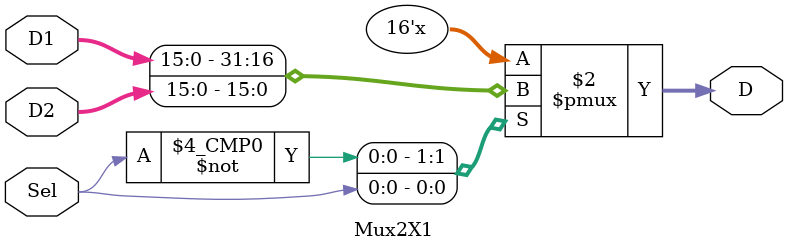
<source format=v>
`timescale 1ns / 1ps


module Mux2X1 (D1, D2, Sel, D);
input [15:0] D1,D2;
input Sel;
output reg [15:0] D;
always @ (*) begin
    case (Sel)
        1'b0 : D <= D1;
        1'b1 : D <= D2;
    endcase
end
endmodule

</source>
